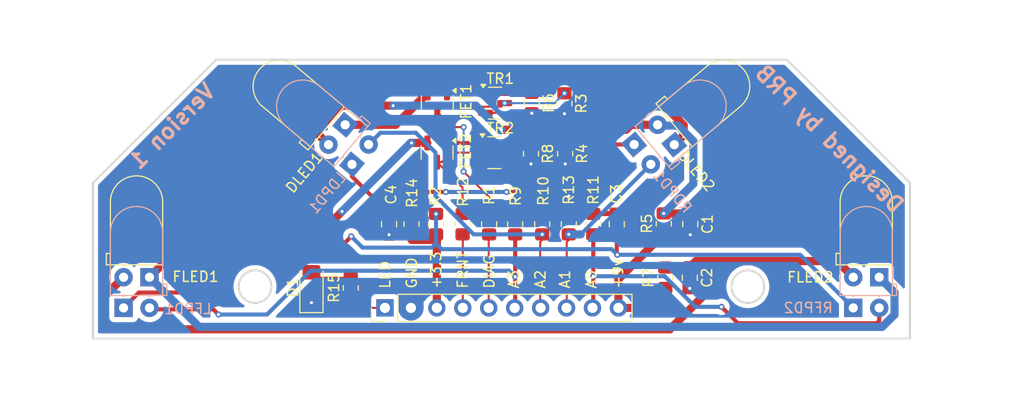
<source format=kicad_pcb>
(kicad_pcb (version 20240108) (generator "pcbnew") (generator_version "8.0")
  (title_block (title "UKMARSBOT Advanced Board with SMD"))
  (layers (0 "F.Cu" signal) (31 "B.Cu" signal) (34 "B.Paste" user) (35 "F.Paste" user) (36 "B.SilkS" user "B.Silkscreen") (37 "F.SilkS" user "F.Silkscreen") (38 "B.Mask" user) (39 "F.Mask" user) (44 "Edge.Cuts" user))
  (property "designer" "PRB")
  (property "version" "1")
  (net 0 "")
  (net 1 "GND")
  (net 2 "Net-(DLED1-A)")
  (net 3 "Net-(FET1-S)")
  (net 4 "Net-(FET1-G)")
  (net 5 "+3.3V")
  (net 6 "+9V")
  (net 7 "Net-(FLED1-A)")
  (net 8 "Net-(LFPD1-K)")
  (net 9 "Net-(LDPD1-K)")
  (net 10 "Net-(DLED1-K)")
  (net 11 "Net-(FET2-S)")
  (net 12 "Net-(FET2-G)")
  (net 13 "Net-(FET2-D)")
  (net 14 "Net-(D1-A)")
  (net 15 "A0_LF")
  (net 16 "A3_RF")
  (net 17 "GPIO_FRONT")
  (net 18 "A1_RD")
  (net 19 "GPIO_DIAG")
  (net 20 "A2_LD")
  (net 21 "GPIO_LED")
  (footprint "Resistor_SMD:R_0805_2012Metric_Pad1.20x1.40mm_HandSolder" (layer "F.Cu") (at 146.6 138.8 90)
    (property "Reference" "R13" (at 3.35 0 90) (layer "F.SilkS"))
    (property "Value" "R")
    (pad "1" smd roundrect (at -1 0 90) (size 1.2 1.4) (layers "F.Cu" "F.Paste" "F.Mask") (roundrect_rratio 0.208333) (net 18 "A1_RD"))
    (pad "2" smd roundrect (at 1 0 90) (size 1.2 1.4) (layers "F.Cu" "F.Paste" "F.Mask") (roundrect_rratio 0.208333) (net 1 "GND"))
  )
  (footprint "Resistor_SMD:R_0805_2012Metric_Pad1.20x1.40mm_HandSolder" (layer "F.Cu") (at 142.9 131.9 -90)
    (property "Reference" "R8" (at 0 -1.65 90) (layer "F.SilkS"))
    (property "Value" "R56")
    (pad "1" smd roundrect (at -1 0 270) (size 1.2 1.4) (layers "F.Cu" "F.Paste" "F.Mask") (roundrect_rratio 0.208333) (net 11 "Net-(FET2-S)"))
    (pad "2" smd roundrect (at 1 0 270) (size 1.2 1.4) (layers "F.Cu" "F.Paste" "F.Mask") (roundrect_rratio 0.208333) (net 1 "GND"))
  )
  (footprint "LED_THT:LED_D5.0mm_Horizontal_O1.27mm_Z3.0mm" (layer "F.Cu") (at 156.930815 131.017389 130)
    (property "Reference" "DLED2" (at -3.37272 0.001622 130) (layer "F.SilkS"))
    (property "Value" "TLCR5800")
    (pad "1" thru_hole rect (at 0 0 130) (size 1.8 1.8) (drill 0.9) (layers "*.Cu" "*.Mask") (net 10 "Net-(DLED1-K)"))
    (pad "2" thru_hole circle (at 2.540003 0 130) (size 1.8 1.8) (drill 0.9) (layers "*.Cu" "*.Mask") (net 2 "Net-(DLED1-A)"))
  )
  (footprint "Package_TO_SOT_SMD:SOT-23" (layer "F.Cu") (at 133.725 126.8875 -90)
    (property "Reference" "FET1" (at -0.0875 -2.825 90) (layer "F.SilkS"))
    (property "Value" "BSH108,215" (hide yes))
    (pad "1" smd roundrect (at -0.9375 -0.95 270) (size 1.475 0.6) (layers "F.Cu" "F.Paste" "F.Mask") (net 3 "Net-(FET1-S)"))
    (pad "2" smd roundrect (at -0.9375 0.95 270) (size 1.475 0.6) (layers "F.Cu" "F.Paste" "F.Mask") (net 10 "Net-(DLED1-K)"))
    (pad "3" smd roundrect (at 0.9375 0 270) (size 1.475 0.6) (layers "F.Cu" "F.Paste" "F.Mask") (net 4 "Net-(FET1-G)"))
  )
  (footprint "Resistor_SMD:R_0805_2012Metric_Pad1.20x1.40mm_HandSolder" (layer "F.Cu") (at 136.2 138.8 90)
    (property "Reference" "R2" (at 2.75 -2.65 90) (layer "F.SilkS"))
    (property "Value" "220R")
    (pad "1" smd roundrect (at -1 0 90) (size 1.2 1.4) (layers "F.Cu" "F.Paste" "F.Mask") (roundrect_rratio 0.208333) (net 17 "GPIO_FRONT"))
    (pad "2" smd roundrect (at 1 0 90) (size 1.2 1.4) (layers "F.Cu" "F.Paste" "F.Mask") (roundrect_rratio 0.208333) (net 12 "Net-(FET2-G)"))
  )
  (footprint "Capacitor_SMD:C_0805_2012Metric_Pad1.18x1.45mm_HandSolder" (layer "F.Cu") (at 158.45 144.05 -90)
    (property "Reference" "C2" (at 0 -1.68 90) (layer "F.SilkS"))
    (property "Value" "10uF")
    (pad "1" smd roundrect (at -1.0375 0 270) (size 1.175 1.45) (layers "F.Cu" "F.Paste" "F.Mask") (roundrect_rratio 0.212766) (net 7 "Net-(FLED1-A)"))
    (pad "2" smd roundrect (at 1.0375 0 270) (size 1.175 1.45) (layers "F.Cu" "F.Paste" "F.Mask") (roundrect_rratio 0.212766) (net 1 "GND"))
  )
  (footprint "Package_TO_SOT_SMD:SOT-23" (layer "F.Cu") (at 139.3875 126.95)
    (property "Reference" "TR1" (at 0.5125 -2.4 0) (layer "F.SilkS"))
    (property "Value" "BC849" (hide yes))
    (pad "1" smd roundrect (at -0.9375 -0.95) (size 1.475 0.6) (layers "F.Cu" "F.Paste" "F.Mask") (net 3 "Net-(FET1-S)"))
    (pad "2" smd roundrect (at -0.9375 0.95) (size 1.475 0.6) (layers "F.Cu" "F.Paste" "F.Mask") (net 1 "GND"))
    (pad "3" smd roundrect (at 0.9375 0) (size 1.475 0.6) (layers "F.Cu" "F.Paste" "F.Mask") (net 4 "Net-(FET1-G)"))
  )
  (footprint "Resistor_SMD:R_0805_2012Metric_Pad1.20x1.40mm_HandSolder" (layer "F.Cu") (at 156.05 144.05 90)
    (property "Reference" "R7" (at 0 -1.65 90) (layer "F.SilkS"))
    (property "Value" "10R")
    (pad "1" smd roundrect (at -1 0 90) (size 1.2 1.4) (layers "F.Cu" "F.Paste" "F.Mask") (roundrect_rratio 0.208333) (net 6 "+9V"))
    (pad "2" smd roundrect (at 1 0 90) (size 1.2 1.4) (layers "F.Cu" "F.Paste" "F.Mask") (roundrect_rratio 0.208333) (net 7 "Net-(FLED1-A)"))
  )
  (footprint "Capacitor_SMD:C_0805_2012Metric_Pad1.18x1.45mm_HandSolder" (layer "F.Cu") (at 158.5 138.8 -90)
    (property "Reference" "C1" (at 0 -1.68 90) (layer "F.SilkS"))
    (property "Value" "10uF")
    (pad "1" smd roundrect (at -1.0375 0 270) (size 1.175 1.45) (layers "F.Cu" "F.Paste" "F.Mask") (roundrect_rratio 0.212766) (net 2 "Net-(DLED1-A)"))
    (pad "2" smd roundrect (at 1.0375 0 270) (size 1.175 1.45) (layers "F.Cu" "F.Paste" "F.Mask") (roundrect_rratio 0.212766) (net 1 "GND"))
  )
  (footprint "Package_TO_SOT_SMD:SOT-23" (layer "F.Cu") (at 133.7 131.7875 -90)
    (property "Reference" "FET2" (at -0.1375 -2.8 90) (layer "F.SilkS"))
    (property "Value" "BSH108,215" (hide yes))
    (pad "1" smd roundrect (at -0.9375 -0.95 270) (size 1.475 0.6) (layers "F.Cu" "F.Paste" "F.Mask") (net 11 "Net-(FET2-S)"))
    (pad "2" smd roundrect (at -0.9375 0.95 270) (size 1.475 0.6) (layers "F.Cu" "F.Paste" "F.Mask") (net 13 "Net-(FET2-D)"))
    (pad "3" smd roundrect (at 0.9375 0 270) (size 1.475 0.6) (layers "F.Cu" "F.Paste" "F.Mask") (net 12 "Net-(FET2-G)"))
  )
  (footprint "LED_THT:LED_D5.0mm_Horizontal_O1.27mm_Z3.0mm" (layer "F.Cu") (at 124.701865 129.071639 -130)
    (property "Reference" "DLED1" (at 6.156182 0.058414 50) (layer "F.SilkS"))
    (property "Value" "TLCR5800")
    (pad "1" thru_hole rect (at 0 0 230) (size 1.8 1.8) (drill 0.9) (layers "*.Cu" "*.Mask") (net 10 "Net-(DLED1-K)"))
    (pad "2" thru_hole circle (at 2.540004 0 230) (size 1.8 1.8) (drill 0.9) (layers "*.Cu" "*.Mask") (net 2 "Net-(DLED1-A)"))
  )
  (footprint "Resistor_SMD:R_0805_2012Metric_Pad1.20x1.40mm_HandSolder" (layer "F.Cu") (at 141.35 138.8 90)
    (property "Reference" "R9" (at 2.75 0.05 90) (layer "F.SilkS"))
    (property "Value" "R")
    (pad "1" smd roundrect (at -1 0 90) (size 1.2 1.4) (layers "F.Cu" "F.Paste" "F.Mask") (roundrect_rratio 0.208333) (net 15 "A0_LF"))
    (pad "2" smd roundrect (at 1 0 90) (size 1.2 1.4) (layers "F.Cu" "F.Paste" "F.Mask") (roundrect_rratio 0.208333) (net 1 "GND"))
  )
  (footprint "Resistor_SMD:R_0805_2012Metric_Pad1.20x1.40mm_HandSolder" (layer "F.Cu") (at 155.9 138.75 90)
    (property "Reference" "R5" (at 0 -1.65 90) (layer "F.SilkS"))
    (property "Value" "10R")
    (pad "1" smd roundrect (at -1 0 90) (size 1.2 1.4) (layers "F.Cu" "F.Paste" "F.Mask") (roundrect_rratio 0.208333) (net 6 "+9V"))
    (pad "2" smd roundrect (at 1 0 90) (size 1.2 1.4) (layers "F.Cu" "F.Paste" "F.Mask") (roundrect_rratio 0.208333) (net 2 "Net-(DLED1-A)"))
  )
  (footprint "Resistor_SMD:R_0805_2012Metric_Pad1.20x1.40mm_HandSolder" (layer "F.Cu") (at 142.975 126.9375 -90)
    (property "Reference" "R6" (at 0 -1.65 90) (layer "F.SilkS"))
    (property "Value" "R56")
    (pad "1" smd roundrect (at -1 0 270) (size 1.2 1.4) (layers "F.Cu" "F.Paste" "F.Mask") (roundrect_rratio 0.208333) (net 3 "Net-(FET1-S)"))
    (pad "2" smd roundrect (at 1 0 270) (size 1.2 1.4) (layers "F.Cu" "F.Paste" "F.Mask") (roundrect_rratio 0.208333) (net 1 "GND"))
  )
  (footprint "LED_THT:LED_D5.0mm_Horizontal_O1.27mm_Z3.0mm" (layer "F.Cu") (at 177 144 180)
    (property "Reference" "FLED2" (at 6.75 0 0) (layer "F.SilkS"))
    (property "Value" "TLCR5800")
    (pad "1" thru_hole rect (at 0 0 180) (size 1.8 1.8) (drill 0.9) (layers "*.Cu" "*.Mask") (net 13 "Net-(FET2-D)"))
    (pad "2" thru_hole circle (at 2.54 0 180) (size 1.8 1.8) (drill 0.9) (layers "*.Cu" "*.Mask") (net 7 "Net-(FLED1-A)"))
  )
  (footprint "Package_TO_SOT_SMD:SOT-23" (layer "F.Cu") (at 139.3125 131.8)
    (property "Reference" "TR2" (at 0.5875 -2.4 0) (layer "F.SilkS"))
    (property "Value" "BC849")
    (pad "1" smd roundrect (at -0.9375 -0.95) (size 1.475 0.6) (layers "F.Cu" "F.Paste" "F.Mask") (net 11 "Net-(FET2-S)"))
    (pad "2" smd roundrect (at -0.9375 0.95) (size 1.475 0.6) (layers "F.Cu" "F.Paste" "F.Mask") (net 1 "GND"))
    (pad "3" smd roundrect (at 0.9375 0) (size 1.475 0.6) (layers "F.Cu" "F.Paste" "F.Mask") (net 12 "Net-(FET2-G)"))
  )
  (footprint "Resistor_SMD:R_0805_2012Metric_Pad1.20x1.40mm_HandSolder" (layer "F.Cu") (at 149 138.8 90)
    (property "Reference" "R11" (at 3.35 0 90) (layer "F.SilkS"))
    (property "Value" "R")
    (pad "1" smd roundrect (at -1 0 90) (size 1.2 1.4) (layers "F.Cu" "F.Paste" "F.Mask") (roundrect_rratio 0.208333) (net 16 "A3_RF"))
    (pad "2" smd roundrect (at 1 0 90) (size 1.2 1.4) (layers "F.Cu" "F.Paste" "F.Mask") (roundrect_rratio 0.208333) (net 1 "GND"))
  )
  (footprint "Resistor_SMD:R_0805_2012Metric_Pad1.20x1.40mm_HandSolder" (layer "F.Cu") (at 144 138.8 90)
    (property "Reference" "R10" (at 3.25 0.1 90) (layer "F.SilkS"))
    (property "Value" "R")
    (pad "1" smd roundrect (at -1 0 90) (size 1.2 1.4) (layers "F.Cu" "F.Paste" "F.Mask") (roundrect_rratio 0.208333) (net 20 "A2_LD"))
    (pad "2" smd roundrect (at 1 0 90) (size 1.2 1.4) (layers "F.Cu" "F.Paste" "F.Mask") (roundrect_rratio 0.208333) (net 1 "GND"))
  )
  (footprint "Resistor_SMD:R_0805_2012Metric_Pad1.20x1.40mm_HandSolder" (layer "F.Cu") (at 131.2 138.8 -90)
    (property "Reference" "R14" (at -3.05 -0.05 -90) (layer "F.SilkS"))
    (property "Value" "220R")
    (pad "1" smd roundrect (at -1 0 270) (size 1.2 1.4) (layers "F.Cu" "F.Paste" "F.Mask") (roundrect_rratio 0.208333) (net 9 "Net-(LDPD1-K)"))
    (pad "2" smd roundrect (at 1 0 270) (size 1.2 1.4) (layers "F.Cu" "F.Paste" "F.Mask") (roundrect_rratio 0.208333) (net 5 "+3.3V"))
  )
  (footprint "Resistor_SMD:R_0805_2012Metric_Pad1.20x1.40mm_HandSolder" (layer "F.Cu") (at 138.8 138.8 90)
    (property "Reference" "R1" (at 2.85 0 90) (layer "F.SilkS"))
    (property "Value" "220R")
    (pad "1" smd roundrect (at -1 0 90) (size 1.2 1.4) (layers "F.Cu" "F.Paste" "F.Mask") (roundrect_rratio 0.208333) (net 19 "GPIO_DIAG"))
    (pad "2" smd roundrect (at 1 0 90) (size 1.2 1.4) (layers "F.Cu" "F.Paste" "F.Mask") (roundrect_rratio 0.208333) (net 4 "Net-(FET1-G)"))
  )
  (footprint "Capacitor_SMD:C_0805_2012Metric_Pad1.18x1.45mm_HandSolder" (layer "F.Cu") (at 151.3 138.8 90)
    (property "Reference" "C3" (at 2.95 -0.05 90) (layer "F.SilkS"))
    (property "Value" "10uF")
    (pad "1" smd roundrect (at -1.0375 0 90) (size 1.175 1.45) (layers "F.Cu" "F.Paste" "F.Mask") (roundrect_rratio 0.212766) (net 8 "Net-(LFPD1-K)"))
    (pad "2" smd roundrect (at 1.0375 0 90) (size 1.175 1.45) (layers "F.Cu" "F.Paste" "F.Mask") (roundrect_rratio 0.212766) (net 1 "GND"))
  )
  (footprint "LED_SMD:LED_1206_3216Metric_Pad1.42x1.75mm_HandSolder" (layer "F.Cu") (at 121.4 145 90)
    (property "Reference" "D1" (at 0 -1.82 90) (layer "F.SilkS"))
    (property "Value" "LED" (hide yes))
    (pad "1" smd roundrect (at -1.4875 0 90) (size 1.425 1.75) (layers "F.Cu" "F.Paste" "F.Mask") (roundrect_rratio 0.175439) (net 1 "GND"))
    (pad "2" smd roundrect (at 1.4875 0 90) (size 1.425 1.75) (layers "F.Cu" "F.Paste" "F.Mask") (roundrect_rratio 0.175439) (net 14 "Net-(D1-A)"))
  )
  (footprint "Resistor_SMD:R_0805_2012Metric_Pad1.20x1.40mm_HandSolder" (layer "F.Cu") (at 133.6 138.8 -90)
    (property "Reference" "R12" (at -3.15 -2.65 -90) (layer "F.SilkS"))
    (property "Value" "220R")
    (pad "1" smd roundrect (at -1 0 270) (size 1.2 1.4) (layers "F.Cu" "F.Paste" "F.Mask") (roundrect_rratio 0.208333) (net 8 "Net-(LFPD1-K)"))
    (pad "2" smd roundrect (at 1 0 270) (size 1.2 1.4) (layers "F.Cu" "F.Paste" "F.Mask") (roundrect_rratio 0.208333) (net 5 "+3.3V"))
  )
  (footprint "Resistor_SMD:R_0805_2012Metric_Pad1.20x1.40mm_HandSolder" (layer "F.Cu") (at 125.25 145.05 90)
    (property "Reference" "R15" (at 0 -1.65 90) (layer "F.SilkS"))
    (property "Value" "1K0")
    (pad "1" smd roundrect (at -1 0 90) (size 1.2 1.4) (layers "F.Cu" "F.Paste" "F.Mask") (roundrect_rratio 0.208333) (net 21 "GPIO_LED"))
    (pad "2" smd roundrect (at 1 0 90) (size 1.2 1.4) (layers "F.Cu" "F.Paste" "F.Mask") (roundrect_rratio 0.208333) (net 14 "Net-(D1-A)"))
  )
  (footprint "Resistor_SMD:R_0805_2012Metric_Pad1.20x1.40mm_HandSolder" (layer "F.Cu") (at 146.25 131.9 -90)
    (property "Reference" "R4" (at 0 -1.65 90) (layer "F.SilkS"))
    (property "Value" "100K")
    (pad "1" smd roundrect (at -1 0 270) (size 1.2 1.4) (layers "F.Cu" "F.Paste" "F.Mask") (roundrect_rratio 0.208333) (net 12 "Net-(FET2-G)"))
    (pad "2" smd roundrect (at 1 0 270) (size 1.2 1.4) (layers "F.Cu" "F.Paste" "F.Mask") (roundrect_rratio 0.208333) (net 1 "GND"))
  )
  (footprint "LED_THT:LED_D5.0mm_Horizontal_O1.27mm_Z3.0mm" (layer "F.Cu") (at 105.54 144 180)
    (property "Reference" "FLED1" (at -4.51 0.05 180) (layer "F.SilkS"))
    (property "Value" "TLCR5800")
    (pad "1" thru_hole rect (at 0 0 180) (size 1.8 1.8) (drill 0.9) (layers "*.Cu" "*.Mask") (net 13 "Net-(FET2-D)"))
    (pad "2" thru_hole circle (at 2.54 0 180) (size 1.8 1.8) (drill 0.9) (layers "*.Cu" "*.Mask") (net 7 "Net-(FLED1-A)"))
  )
  (footprint "Capacitor_SMD:C_0805_2012Metric_Pad1.18x1.45mm_HandSolder" (layer "F.Cu") (at 129 138.8 -90)
    (property "Reference" "C4" (at -2.9 -0.2 90) (layer "F.SilkS"))
    (property "Value" "10uF")
    (pad "1" smd roundrect (at -1.0375 0 270) (size 1.175 1.45) (layers "F.Cu" "F.Paste" "F.Mask") (roundrect_rratio 0.212766) (net 9 "Net-(LDPD1-K)"))
    (pad "2" smd roundrect (at 1.0375 0 270) (size 1.175 1.45) (layers "F.Cu" "F.Paste" "F.Mask") (roundrect_rratio 0.212766) (net 1 "GND"))
  )
  (footprint "Connector_PinHeader_2.54mm:PinHeader_1x10_P2.54mm_Vertical" (layer "F.Cu") (at 128.6 147 90)
    (property "Reference" "J1" (hide yes))
    (property "Value" "Conn_01x10" (hide yes))
    (pad "1" thru_hole rect (at 0 0 90) (size 1.7 1.7) (drill 1) (layers "*.Cu" "*.Mask") (net 21 "GPIO_LED"))
    (pad "2" thru_hole oval (at 0 2.540001 90) (size 1.7 1.7) (drill 1) (layers "*.Cu" "*.Mask") (net 1 "GND"))
    (pad "3" thru_hole oval (at 0.000001 5.08 90) (size 1.7 1.7) (drill 1) (layers "*.Cu" "*.Mask") (net 5 "+3.3V"))
    (pad "4" thru_hole oval (at -0.000001 7.620001 90) (size 1.7 1.7) (drill 1) (layers "*.Cu" "*.Mask") (net 17 "GPIO_FRONT"))
    (pad "5" thru_hole oval (at 0 10.16 90) (size 1.7 1.7) (drill 1) (layers "*.Cu" "*.Mask") (net 19 "GPIO_DIAG"))
    (pad "6" thru_hole oval (at 0 12.7 90) (size 1.7 1.7) (drill 1) (layers "*.Cu" "*.Mask") (net 15 "A0_LF"))
    (pad "7" thru_hole oval (at 0.000001 15.24 90) (size 1.7 1.7) (drill 1) (layers "*.Cu" "*.Mask") (net 20 "A2_LD"))
    (pad "8" thru_hole oval (at 0.000001 17.780001 90) (size 1.7 1.7) (drill 1) (layers "*.Cu" "*.Mask") (net 18 "A1_RD"))
    (pad "9" thru_hole oval (at 0 20.32 90) (size 1.7 1.7) (drill 1) (layers "*.Cu" "*.Mask") (net 16 "A3_RF"))
    (pad "10" thru_hole oval (at -0.000002 22.859999 90) (size 1.7 1.7) (drill 1) (layers "*.Cu" "*.Mask") (net 6 "+9V"))
  )
  (footprint "Resistor_SMD:R_0805_2012Metric_Pad1.20x1.40mm_HandSolder" (layer "F.Cu") (at 146.175 126.9875 -90)
    (property "Reference" "R3" (at 0 -1.65 90) (layer "F.SilkS"))
    (property "Value" "100K")
    (pad "1" smd roundrect (at -1 0 270) (size 1.2 1.4) (layers "F.Cu" "F.Paste" "F.Mask") (roundrect_rratio 0.208333) (net 4 "Net-(FET1-G)"))
    (pad "2" smd roundrect (at 1 0 270) (size 1.2 1.4) (layers "F.Cu" "F.Paste" "F.Mask") (roundrect_rratio 0.208333) (net 1 "GND"))
  )
  (footprint "LED_THT:LED_D5.0mm_Horizontal_O1.27mm_Z3.0mm" (layer "B.Cu") (at 103 147)
    (property "Reference" "LFPD1" (at 6.3 0.1 0) (layer "B.SilkS") (effects (justify mirror)))
    (property "Value" "BPW96B")
    (pad "1" thru_hole rect (at 0 0) (size 1.8 1.8) (drill 0.9) (layers "*.Cu" "*.Mask") (net 8 "Net-(LFPD1-K)"))
    (pad "2" thru_hole circle (at 2.54 0) (size 1.8 1.8) (drill 0.9) (layers "*.Cu" "*.Mask") (net 15 "A0_LF"))
  )
  (footprint "LED_THT:LED_D5.0mm_Horizontal_O1.27mm_Z3.0mm" (layer "B.Cu") (at 153 131 -50)
    (property "Reference" "RDPD1" (at 5.934258 0.084156 130) (layer "B.SilkS") (effects (justify mirror)))
    (property "Value" "BPW96B")
    (pad "1" thru_hole rect (at 0 0 310) (size 1.8 1.8) (drill 0.9) (layers "*.Cu" "*.Mask") (net 9 "Net-(LDPD1-K)"))
    (pad "2" thru_hole circle (at 2.540003 0 310) (size 1.8 1.8) (drill 0.9) (layers "*.Cu" "*.Mask") (net 18 "A1_RD"))
  )
  (footprint "LED_THT:LED_D5.0mm_Horizontal_O1.27mm_Z3.0mm" (layer "B.Cu") (at 174.46 147)
    (property "Reference" "RFPD2" (at -4.41 0 0) (layer "B.SilkS") (effects (justify mirror)))
    (property "Value" "BPW96B")
    (pad "1" thru_hole rect (at 0 0) (size 1.8 1.8) (drill 0.9) (layers "*.Cu" "*.Mask") (net 8 "Net-(LFPD1-K)"))
    (pad "2" thru_hole circle (at 2.54 0) (size 1.8 1.8) (drill 0.9) (layers "*.Cu" "*.Mask") (net 16 "A3_RF"))
  )
  (footprint "LED_THT:LED_D5.0mm_Horizontal_O1.27mm_Z3.0mm" (layer "B.Cu") (at 125.367318 132.945755 50)
    (property "Reference" "LDPD1" (at -3.701998 -0.049239 50) (layer "B.SilkS") (effects (justify mirror)))
    (property "Value" "BPW96B")
    (pad "1" thru_hole rect (at 0 0 50) (size 1.8 1.8) (drill 0.9) (layers "*.Cu" "*.Mask") (net 9 "Net-(LDPD1-K)"))
    (pad "2" thru_hole circle (at 2.540003 0 50) (size 1.8 1.8) (drill 0.9) (layers "*.Cu" "*.Mask") (net 20 "A2_LD"))
  )
  (gr_line (start 180.01 150) (end 180.01 134.76) (stroke (width 0.2)) (layer "Edge.Cuts"))
  (gr_line (start 100 134.76) (end 100 150) (stroke (width 0.2)) (layer "Edge.Cuts"))
  (gr_line (start 167.31 122.695) (end 112.065 122.695) (stroke (width 0.2)) (layer "Edge.Cuts"))
  (gr_line (start 112.065 122.695) (end 100 134.76) (stroke (width 0.2)) (layer "Edge.Cuts"))
  (gr_circle (center 164.135 144.92) (end 164.135 146.52) (stroke (width 0.2)) (fill none) (layer "Edge.Cuts"))
  (gr_line (start 167.945 122.695) (end 167.31 122.695) (stroke (width 0.2)) (layer "Edge.Cuts"))
  (gr_circle (center 115.875 144.92) (end 115.875 146.52) (stroke (width 0.2)) (fill none) (layer "Edge.Cuts"))
  (gr_line (start 100 150) (end 180.01 150) (stroke (width 0.2)) (layer "Edge.Cuts"))
  (gr_line (start 180.01 134.76) (end 167.945 122.695) (stroke (width 0.2)) (layer "Edge.Cuts"))
  (gr_text "Version ${version}" (at 112.3 125.9 45) (layer "B.SilkS") (effects (font (size 1.5 1.5) (thickness 0.3) (bold yes)) (justify left bottom mirror)))
  (gr_text "Designed by ${designer}" (at 178.5 138.05 315) (layer "B.SilkS") (effects (font (size 1.5 1.5) (thickness 0.3) (bold yes)) (justify left bottom mirror)))
  (gr_text "+9v" (at 152 145.2 90) (layer "F.SilkS") (effects (font (size 1 1)) (justify left bottom)))
  (gr_text "+3.3" (at 134.2 145.2 90) (layer "F.SilkS") (effects (font (size 1 1)) (justify left bottom)))
  (gr_text "A3" (at 141.8 145.2 90) (layer "F.SilkS") (effects (font (size 1 1)) (justify left bottom)))
  (gr_text "GND" (at 131.8 145.2 90) (layer "F.SilkS") (effects (font (size 1 1)) (justify left bottom)))
  (gr_text "A0\n" (at 149.4 145.2 90) (layer "F.SilkS") (effects (font (size 1 1)) (justify left bottom)))
  (gr_text "DIAG" (at 139.4 145.2 90) (layer "F.SilkS") (effects (font (size 1 1)) (justify left bottom)))
  (gr_text "A1" (at 146.8 145.2 90) (layer "F.SilkS") (effects (font (size 1 1)) (justify left bottom)))
  (gr_text "FRNT\n" (at 136.8 145.2 90) (layer "F.SilkS") (effects (font (size 1 1)) (justify left bottom)))
  (gr_text "A2" (at 144.4 145.2 90) (layer "F.SilkS") (effects (font (size 1 1)) (justify left bottom)))
  (gr_text "LED" (at 129.2 145.2 90) (layer "F.SilkS") (effects (font (size 1 1)) (justify left bottom)))
  (segment (start 151.3 137.7625) (end 149.0375 137.7625) (width 0.5) (layer "F.Cu") (net 1))
  (segment (start 142.6125 127.9375) (end 142.575 127.9) (width 0.2) (layer "F.Cu") (net 1))
  (segment (start 144 137.8) (end 141.35 137.8) (width 0.5) (layer "F.Cu") (net 1))
  (segment (start 138.525 132.9) (end 138.375 132.75) (width 0.2) (layer "F.Cu") (net 1))
  (segment (start 146.6 137.8) (end 144 137.8) (width 0.5) (layer "F.Cu") (net 1))
  (segment (start 149 137.8) (end 146.6 137.8) (width 0.5) (layer "F.Cu") (net 1))
  (segment (start 142.975 127.9375) (end 142.6125 127.9375) (width 0.2) (layer "F.Cu") (net 1))
  (segment (start 146.6 137.8) (end 146.6 136.05) (width 0.5) (layer "F.Cu") (net 1))
  (segment (start 142.9 132.9) (end 138.525 132.9) (width 0.2) (layer "F.Cu") (net 1))
  (segment (start 142.575 127.9) (end 138.45 127.9) (width 0.2) (layer "F.Cu") (net 1))
  (segment (start 149.0375 137.7625) (end 149 137.8) (width 0.5) (layer "F.Cu") (net 1))
  (via (at 158.5 139.8375) (size 0.6) (drill 0.3) (layers "F.Cu" "B.Cu") (net 1))
  (via (at 121.4 146.4875) (size 0.6) (drill 0.3) (layers "F.Cu" "B.Cu") (net 1))
  (via (at 146.25 132.9) (size 0.6) (drill 0.3) (layers "F.Cu" "B.Cu") (net 1))
  (via (at 142.9 132.9) (size 0.6) (drill 0.3) (layers "F.Cu" "B.Cu") (net 1))
  (via (at 146.175 127.9875) (size 0.6) (drill 0.3) (layers "F.Cu" "B.Cu") (net 1))
  (via (at 129 139.8375) (size 0.6) (drill 0.3) (layers "F.Cu" "B.Cu") (net 1))
  (via (at 142.975 127.9375) (size 0.6) (drill 0.3) (layers "F.Cu" "B.Cu") (net 1))
  (via (at 158.45 145.0875) (size 0.6) (drill 0.3) (layers "F.Cu" "B.Cu") (net 1))
  (via (at 146.6 136.05) (size 0.6) (drill 0.3) (layers "F.Cu" "B.Cu") (net 1))
  (segment (start 131.140001 145.540001) (end 131.1 145.5) (width 2.5) (layer "B.Cu") (net 1))
  (segment (start 131.140001 147) (end 131.140001 145.540001) (width 2.5) (layer "B.Cu") (net 1))
  (segment (start 122.169182 130.117395) (end 122.169182 129.376914) (width 0.8) (layer "F.Cu") (net 2))
  (segment (start 155.9 137.75) (end 158.4875 137.75) (width 0.8) (layer "F.Cu") (net 2))
  (segment (start 124.346096 127.2) (end 129.4 127.2) (width 0.8) (layer "F.Cu") (net 2))
  (segment (start 122.169182 129.376914) (end 124.346096 127.2) (width 0.8) (layer "F.Cu") (net 2))
  (segment (start 152.222592 129.55) (end 152.700958 129.071634) (width 0.8) (layer "F.Cu") (net 2))
  (segment (start 158.4875 137.75) (end 158.5 137.7625) (width 0.8) (layer "F.Cu") (net 2))
  (segment (start 152.700958 129.071634) (end 155.298133 129.071634) (width 0.8) (layer "F.Cu") (net 2))
  (segment (start 140 129.55) (end 152.222592 129.55) (width 0.8) (layer "F.Cu") (net 2))
  (segment (start 123.069182 131.017395) (end 122.169182 130.117395) (width 0.8) (layer "F.Cu") (net 2))
  (via (at 140 129.55) (size 0.6) (drill 0.3) (layers "F.Cu" "B.Cu") (net 2))
  (via (at 129.4 127.2) (size 0.6) (drill 0.3) (layers "F.Cu" "B.Cu") (net 2))
  (via (at 155.9 137.75) (size 0.6) (drill 0.3) (layers "F.Cu" "B.Cu") (net 2))
  (segment (start 155.298133 129.071634) (end 155.220327 129.14944) (width 0.8) (layer "B.Cu") (net 2))
  (segment (start 139.9 129.6) (end 139.95 129.55) (width 0.8) (layer "B.Cu") (net 2))
  (segment (start 158.798764 130.65793) (end 158.798764 134.851236) (width 0.8) (layer "B.Cu") (net 2))
  (segment (start 139.95 129.55) (end 140 129.55) (width 0.8) (layer "B.Cu") (net 2))
  (segment (start 155.220327 129.14944) (end 157.290274 129.14944) (width 0.8) (layer "B.Cu") (net 2))
  (segment (start 158.798764 134.851236) (end 155.9 137.75) (width 0.8) (layer "B.Cu") (net 2))
  (segment (start 137.5 127.2) (end 139.9 129.6) (width 0.8) (layer "B.Cu") (net 2))
  (segment (start 129.4 127.2) (end 137.5 127.2) (width 0.8) (layer "B.Cu") (net 2))
  (segment (start 157.290274 129.14944) (end 158.798764 130.65793) (width 0.8) (layer "B.Cu") (net 2))
  (segment (start 142.9125 126) (end 142.975 125.9375) (width 0.5) (layer "F.Cu") (net 3))
  (segment (start 134.675 125.95) (end 138.4 125.95) (width 0.5) (layer "F.Cu") (net 3))
  (segment (start 138.4 125.95) (end 138.45 126) (width 0.5) (layer "F.Cu") (net 3))
  (segment (start 138.45 126) (end 142.9125 126) (width 0.5) (layer "F.Cu") (net 3))
  (segment (start 133.725 127.825) (end 134.25 127.3) (width 0.2) (layer "F.Cu") (net 4))
  (segment (start 135.2 129.3) (end 136.2 129.3) (width 0.2) (layer "F.Cu") (net 4))
  (segment (start 136.2 129.3) (end 136.3 129.3) (width 0.2) (layer "F.Cu") (net 4))
  (segment (start 134.25 127.3) (end 139.975 127.3) (width 0.2) (layer "F.Cu") (net 4))
  (segment (start 133.725 127.825) (end 135.2 129.3) (width 0.2) (layer "F.Cu") (net 4))
  (segment (start 138.8 136.15) (end 138.8 137.8) (width 0.2) (layer "F.Cu") (net 4))
  (segment (start 138.8 137.8) (end 138.9 137.7) (width 0.2) (layer "F.Cu") (net 4))
  (segment (start 139.975 127.3) (end 140.325 126.95) (width 0.2) (layer "F.Cu") (net 4))
  (segment (start 136.3 133.65) (end 138.8 136.15) (width 0.2) (layer "F.Cu") (net 4))
  (via (at 140.325 126.95) (size 0.6) (drill 0.3) (layers "F.Cu" "B.Cu") (net 4))
  (via (at 146.175 125.9875) (size 0.6) (drill 0.3) (layers "F.Cu" "B.Cu") (net 4))
  (via (at 136.3 133.65) (size 0.6) (drill 0.3) (layers "F.Cu" "B.Cu") (net 4))
  (via (at 136.3 129.3) (size 0.6) (drill 0.3) (layers "F.Cu" "B.Cu") (net 4))
  (segment (start 136.3 133.65) (end 136.3 129.3) (width 0.2) (layer "B.Cu") (net 4))
  (segment (start 140.325 126.95) (end 145.2125 126.95) (width 0.2) (layer "B.Cu") (net 4))
  (segment (start 145.2125 126.95) (end 146.175 125.9875) (width 0.2) (layer "B.Cu") (net 4))
  (segment (start 133.6 140.35) (end 131.2 140.35) (width 0.8) (layer "F.Cu") (net 5))
  (segment (start 133.68 140.43) (end 133.6 140.35) (width 0.8) (layer "F.Cu") (net 5))
  (segment (start 133.68 146.999999) (end 133.68 140.43) (width 0.8) (layer "F.Cu") (net 5))
  (segment (start 154.099998 147.000002) (end 156.05 145.05) (width 0.8) (layer "F.Cu") (net 6))
  (segment (start 151.459999 147.000002) (end 154.099998 147.000002) (width 0.8) (layer "F.Cu") (net 6))
  (segment (start 151.459999 147.000002) (end 151.459999 144.190001) (width 0.8) (layer "F.Cu") (net 6))
  (segment (start 151.459999 144.190001) (end 155.9 139.75) (width 0.8) (layer "F.Cu") (net 6))
  (segment (start 158.45 143.0125) (end 159.775 144.3375) (width 0.8) (layer "F.Cu") (net 7))
  (segment (start 159.045034 142.417466) (end 172.877466 142.417466) (width 0.8) (layer "F.Cu") (net 7))
  (segment (start 101.1 149.1) (end 101.05 149.05) (width 0.8) (layer "F.Cu") (net 7))
  (segment (start 172.877466 142.417466) (end 174.46 144) (width 0.8) (layer "F.Cu") (net 7))
  (segment (start 101.05 145.95) (end 103 144) (width 0.8) (layer "F.Cu") (net 7))
  (segment (start 101.05 149.05) (end 101.05 145.95) (width 0.8) (layer "F.Cu") (net 7))
  (segment (start 158.4125 143.05) (end 158.45 143.0125) (width 0.8) (layer "F.Cu") (net 7))
  (segment (start 158.45 143.0125) (end 159.045034 142.417466) (width 0.8) (layer "F.Cu") (net 7))
  (segment (start 156.5 149.1) (end 101.1 149.1) (width 0.8) (layer "F.Cu") (net 7))
  (segment (start 159.775 144.3375) (end 159.775 145.825) (width 0.8) (layer "F.Cu") (net 7))
  (segment (start 159.775 145.825) (end 156.5 149.1) (width 0.8) (layer "F.Cu") (net 7))
  (segment (start 156.05 143.05) (end 158.4125 143.05) (width 0.8) (layer "F.Cu") (net 7))
  (segment (start 112.3 141.85) (end 108.65 145.5) (width 0.4) (layer "F.Cu") (net 8))
  (segment (start 151.3 141.75) (end 151.35 141.8) (width 0.4) (layer "F.Cu") (net 8))
  (segment (start 108.65 145.5) (end 104.5 145.5) (width 0.4) (layer "F.Cu") (net 8))
  (segment (start 123.45 141.85) (end 112.3 141.85) (width 0.4) (layer "F.Cu") (net 8))
  (segment (start 125.3 140) (end 123.45 141.85) (width 0.4) (layer "F.Cu") (net 8))
  (segment (start 151.3 139.8375) (end 151.3 141.75) (width 0.4) (layer "F.Cu") (net 8))
  (segment (start 104.5 145.5) (end 103 147) (width 0.4) (layer "F.Cu") (net 8))
  (via (at 151.35 141.8) (size 0.6) (drill 0.3) (layers "F.Cu" "B.Cu") (net 8))
  (via (at 125.3 140) (size 0.6) (drill 0.3) (layers "F.Cu" "B.Cu") (net 8))
  (via (at 133.6 137.8) (size 0.6) (drill 0.3) (layers "F.Cu" "B.Cu") (net 8))
  (segment (start 151.35 141.8) (end 169.26 141.8) (width 0.4) (layer "B.Cu") (net 8))
  (segment (start 125.3 140) (end 126.4 141.1) (width 0.4) (layer "B.Cu") (net 8))
  (segment (start 133.6 137.8) (end 133.6 140.7) (width 0.4) (layer "B.Cu") (net 8))
  (segment (start 150.8 141.25) (end 151.35 141.8) (width 0.4) (layer "B.Cu") (net 8))
  (segment (start 134.15 141.25) (end 150.8 141.25) (width 0.4) (layer "B.Cu") (net 8))
  (segment (start 126.4 141.1) (end 133.2 141.1) (width 0.4) (layer "B.Cu") (net 8))
  (segment (start 133.2 141.1) (end 133.6 140.7) (width 0.4) (layer "B.Cu") (net 8))
  (segment (start 133.6 140.7) (end 134.15 141.25) (width 0.4) (layer "B.Cu") (net 8))
  (segment (start 169.26 141.8) (end 174.46 147) (width 0.4) (layer "B.Cu") (net 8))
  (segment (start 131.55 135.65) (end 134.55 135.65) (width 0.4) (layer "F.Cu") (net 9))
  (segment (start 131.2 136) (end 131.55 135.65) (width 0.4) (layer "F.Cu") (net 9))
  (segment (start 131.1625 137.7625) (end 131.2 137.8) (width 0.8) (layer "F.Cu") (net 9))
  (segment (start 153 131) (end 150.377207 131) (width 0.4) (layer "F.Cu") (net 9))
  (segment (start 150.377207 131) (end 145.727207 135.65) (width 0.4) (layer "F.Cu") (net 9))
  (segment (start 131.2 137.8) (end 131.2 136) (width 0.4) (layer "F.Cu") (net 9))
  (segment (start 125.367318 134.129818) (end 129 137.7625) (width 0.4) (layer "F.Cu") (net 9))
  (segment (start 129 137.7625) (end 131.1625 137.7625) (width 0.8) (layer "F.Cu") (net 9))
  (segment (start 125.367318 132.945755) (end 125.367318 134.129818) (width 0.4) (layer "F.Cu") (net 9))
  (segment (start 145.727207 135.65) (end 140.5 135.65) (width 0.4) (layer "F.Cu") (net 9))
  (via (at 134.55 135.65) (size 0.6) (drill 0.3) (layers "F.Cu" "B.Cu") (net 9))
  (via (at 140.5 135.65) (size 0.6) (drill 0.3) (layers "F.Cu" "B.Cu") (net 9))
  (segment (start 140.5 135.65) (end 134.55 135.65) (width 0.4) (layer "B.Cu") (net 9))
  (segment (start 129.653361 129.071639) (end 132.775 125.95) (width 0.8) (layer "F.Cu") (net 10))
  (segment (start 157.85 130.098204) (end 157.85 129.1) (width 0.8) (layer "F.Cu") (net 10))
  (segment (start 157.85 129.1) (end 153.3625 124.6125) (width 0.8) (layer "F.Cu") (net 10))
  (segment (start 124.701865 129.071639) (end 129.653361 129.071639) (width 0.8) (layer "F.Cu") (net 10))
  (segment (start 153.3625 124.6125) (end 134.1125 124.6125) (width 0.8) (layer "F.Cu") (net 10))
  (segment (start 134.1125 124.6125) (end 132.775 125.95) (width 0.8) (layer "F.Cu") (net 10))
  (segment (start 156.930815 131.017389) (end 157.85 130.098204) (width 0.8) (layer "F.Cu") (net 10))
  (segment (start 138.375 130.85) (end 142.85 130.85) (width 0.4) (layer "F.Cu") (net 11))
  (segment (start 142.85 130.85) (end 142.9 130.9) (width 0.4) (layer "F.Cu") (net 11))
  (segment (start 134.65 130.85) (end 138.375 130.85) (width 0.4) (layer "F.Cu") (net 11))
  (segment (start 145.35 131.8) (end 146.25 130.9) (width 0.2) (layer "F.Cu") (net 12))
  (segment (start 135.078052 131.8) (end 140.25 131.8) (width 0.2) (layer "F.Cu") (net 12))
  (segment (start 136.2 135.225) (end 133.7 132.725) (width 0.2) (layer "F.Cu") (net 12))
  (segment (start 134.153052 132.725) (end 135.078052 131.8) (width 0.2) (layer "F.Cu") (net 12))
  (segment (start 133.7 132.725) (end 134.153052 132.725) (width 0.2) (layer "F.Cu") (net 12))
  (segment (start 136.2 137.8) (end 136.2 135.225) (width 0.2) (layer "F.Cu") (net 12))
  (segment (start 140.25 131.8) (end 145.35 131.8) (width 0.2) (layer "F.Cu") (net 12))
  (segment (start 124.4 137.55) (end 121.4 140.55) (width 0.8) (layer "F.Cu") (net 13))
  (segment (start 108.99 140.55) (end 105.54 144) (width 0.8) (layer "F.Cu") (net 13))
  (segment (start 132.75 130.85) (end 131.2 130.85) (width 0.8) (layer "F.Cu") (net 13))
  (segment (start 121.4 140.55) (end 108.99 140.55) (width 0.8) (layer "F.Cu") (net 13))
  (segment (start 131.2 130.85) (end 131.1 130.85) (width 0.8) (layer "F.Cu") (net 13))
  (via (at 131.2 130.85) (size 0.6) (drill 0.3) (layers "F.Cu" "B.Cu") (net 13))
  (via (at 124.4 137.55) (size 0.6) (drill 0.3) (layers "F.Cu" "B.Cu") (net 13))
  (segment (start 131.1 130.85) (end 131.2 130.85) (width 0.8) (layer "B.Cu") (net 13))
  (segment (start 177.3 148.86) (end 178.5 147.66) (width 0.8) (layer "B.Cu") (net 13))
  (segment (start 178.5 147.66) (end 178.5 145.5) (width 0.8) (layer "B.Cu") (net 13))
  (segment (start 105.54 144) (end 110.4 148.86) (width 0.8) (layer "B.Cu") (net 13))
  (segment (start 124.4 137.55) (end 131.1 130.85) (width 0.8) (layer "B.Cu") (net 13))
  (segment (start 110.4 148.86) (end 177.3 148.86) (width 0.8) (layer "B.Cu") (net 13))
  (segment (start 178.5 145.5) (end 177 144) (width 0.8) (layer "B.Cu") (net 13))
  (segment (start 121.9375 144.05) (end 121.4 143.5125) (width 0.2) (layer "F.Cu") (net 14))
  (segment (start 125.25 144.05) (end 121.9375 144.05) (width 0.2) (layer "F.Cu") (net 14))
  (segment (start 141.35 146.95) (end 141.3 147) (width 0.4) (layer "F.Cu") (net 15))
  (segment (start 141.2 146.9) (end 141.3 147) (width 0.2) (layer "F.Cu") (net 15))
  (segment (start 105.684016 147.144016) (end 105.54 147) (width 0.4) (layer "F.Cu") (net 15))
  (segment (start 141.35 140.35) (end 141.35 143.95) (width 0.4) (layer "F.Cu") (net 15))
  (segment (start 111.794016 147.144016) (end 105.684016 147.144016) (width 0.4) (layer "F.Cu") (net 15))
  (segment (start 141.35 143.95) (end 141.35 146.95) (width 0.4) (layer "F.Cu") (net 15))
  (segment (start 112.3 147.65) (end 111.794016 147.144016) (width 0.4) (layer "F.Cu") (net 15))
  (via (at 112.3 147.65) (size 0.6) (drill 0.3) (layers "F.Cu" "B.Cu") (net 15))
  (via (at 141.35 143.95) (size 0.6) (drill 0.3) (layers "F.Cu" "B.Cu") (net 15))
  (segment (start 121.340001 143.359999) (end 140.759999 143.359999) (width 0.4) (layer "B.Cu") (net 15))
  (segment (start 117.05 147.65) (end 121.340001 143.359999) (width 0.4) (layer "B.Cu") (net 15))
  (segment (start 140.759999 143.359999) (end 141.35 143.95) (width 0.4) (layer "B.Cu") (net 15))
  (segment (start 112.3 147.65) (end 117.05 147.65) (width 0.4) (layer "B.Cu") (net 15))
  (segment (start 149 140.35) (end 149 143.9) (width 0.4) (layer "F.Cu") (net 16))
  (segment (start 149 143.9) (end 149 146.92) (width 0.4) (layer "F.Cu") (net 16))
  (segment (start 177 148.272792) (end 176.772792 148.5) (width 0.4) (layer "F.Cu") (net 16))
  (segment (start 163.15 148.5) (end 161.55 146.9) (width 0.4) (layer "F.Cu") (net 16))
  (segment (start 149 146.92) (end 148.92 147) (width 0.4) (layer "F.Cu") (net 16))
  (segment (start 176.772792 148.5) (end 163.15 148.5) (width 0.4) (layer "F.Cu") (net 16))
  (segment (start 177 147) (end 177 148.272792) (width 0.4) (layer "F.Cu") (net 16))
  (via (at 161.55 146.9) (size 0.6) (drill 0.3) (layers "F.Cu" "B.Cu") (net 16))
  (via (at 149 143.9) (size 0.6) (drill 0.3) (layers "F.Cu" "B.Cu") (net 16))
  (segment (start 155.989707 143.9) (end 149 143.9) (width 0.4) (layer "B.Cu") (net 16))
  (segment (start 161.55 146.9) (end 158.989707 146.9) (width 0.4) (layer "B.Cu") (net 16))
  (segment (start 158.989707 146.9) (end 155.989707 143.9) (width 0.4) (layer "B.Cu") (net 16))
  (segment (start 136.220001 140.370001) (end 136.2 140.35) (width 0.2) (layer "F.Cu") (net 17))
  (segment (start 136.220001 147.000001) (end 136.220001 140.370001) (width 0.2) (layer "F.Cu") (net 17))
  (segment (start 146.4 146.98) (end 146.380001 146.999999) (width 0.2) (layer "F.Cu") (net 18))
  (segment (start 146.4 143.85) (end 146.4 146.98) (width 0.2) (layer "F.Cu") (net 18))
  (segment (start 146.4 140.55) (end 146.4 143.85) (width 0.2) (layer "F.Cu") (net 18))
  (segment (start 146.6 140.35) (end 146.4 140.55) (width 0.2) (layer "F.Cu") (net 18))
  (via (at 146.6 139.8) (size 0.6) (drill 0.3) (layers "F.Cu" "B.Cu") (net 18))
  (segment (start 154.632682 132.945755) (end 147.778437 139.8) (width 0.4) (layer "B.Cu") (net 18))
  (segment (start 147.778437 139.8) (end 146.6 139.8) (width 0.8) (layer "B.Cu") (net 18))
  (segment (start 138.76 140.39) (end 138.8 140.35) (width 0.2) (layer "F.Cu") (net 19))
  (segment (start 138.76 147) (end 138.76 140.39) (width 0.2) (layer "F.Cu") (net 19))
  (segment (start 143.8 146.959999) (end 143.84 146.999999) (width 0.2) (layer "F.Cu") (net 20))
  (segment (start 144 140.35) (end 143.8 140.55) (width 0.2) (layer "F.Cu") (net 20))
  (segment (start 143.8 140.55) (end 143.8 146.959999) (width 0.2) (layer "F.Cu") (net 20))
  (via (at 144 139.8) (size 0.6) (drill 0.3) (layers "F.Cu" "B.Cu") (net 20))
  (segment (start 131.614214 129.85) (end 133.55 131.785786) (width 0.4) (layer "B.Cu") (net 20))
  (segment (start 127 131) (end 128.15 129.85) (width 0.4) (layer "B.Cu") (net 20))
  (segment (start 128.15 129.85) (end 131.614214 129.85) (width 0.4) (layer "B.Cu") (net 20))
  (segment (start 133.55 136.064214) (end 137.285786 139.8) (width 0.4) (layer "B.Cu") (net 20))
  (segment (start 137.285786 139.8) (end 144 139.8) (width 0.4) (layer "B.Cu") (net 20))
  (segment (start 133.55 131.785786) (end 133.55 136.064214) (width 0.4) (layer "B.Cu") (net 20))
  (segment (start 126.2 147) (end 125.25 146.05) (width 0.2) (layer "F.Cu") (net 21))
  (segment (start 128.6 147) (end 126.2 147) (width 0.2) (layer "F.Cu") (net 21))
  (zone (net 1) (net_name "GND") (layer "B.Cu") (connect_pads (clearance 0.5)) (min_thickness 0.25) (fill yes (thermal_gap 0.5) (thermal_bridge_width 0.5))
    (polygon (pts (xy 90.9 117.15) (xy 191.2 116.85) (xy 191.2 155.6) (xy 90.9 156.15)))
  )
)
</source>
